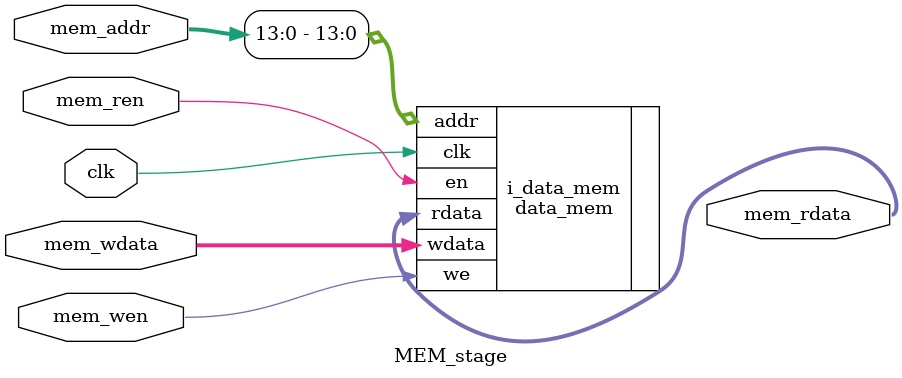
<source format=v>
module MEM_stage(
    output [31:0] mem_rdata,
    input clk,
    input [31:0] mem_addr,
    input [31:0] mem_wdata,
    input mem_ren, mem_wen
);

data_mem i_data_mem(
                    .clk(clk),
                    .en(mem_ren),
                    .we(mem_wen),
                    .addr(mem_addr[13:0]),
                    .wdata(mem_wdata),
                    .rdata(mem_rdata));
//adding another memory module in 
endmodule

</source>
